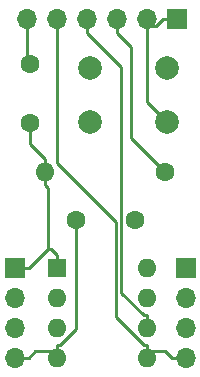
<source format=gtl>
G04 #@! TF.GenerationSoftware,KiCad,Pcbnew,5.0.2+dfsg1-1~bpo9+1*
G04 #@! TF.CreationDate,2020-08-17T14:39:57+01:00*
G04 #@! TF.ProjectId,t85opti,7438356f-7074-4692-9e6b-696361645f70,rev?*
G04 #@! TF.SameCoordinates,Original*
G04 #@! TF.FileFunction,Copper,L1,Top*
G04 #@! TF.FilePolarity,Positive*
%FSLAX46Y46*%
G04 Gerber Fmt 4.6, Leading zero omitted, Abs format (unit mm)*
G04 Created by KiCad (PCBNEW 5.0.2+dfsg1-1~bpo9+1) date Mon 17 Aug 2020 14:39:57 IST*
%MOMM*%
%LPD*%
G01*
G04 APERTURE LIST*
G04 #@! TA.AperFunction,ComponentPad*
%ADD10C,1.600000*%
G04 #@! TD*
G04 #@! TA.AperFunction,ComponentPad*
%ADD11O,1.600000X1.600000*%
G04 #@! TD*
G04 #@! TA.AperFunction,ComponentPad*
%ADD12C,2.000000*%
G04 #@! TD*
G04 #@! TA.AperFunction,ComponentPad*
%ADD13O,1.700000X1.700000*%
G04 #@! TD*
G04 #@! TA.AperFunction,ComponentPad*
%ADD14R,1.700000X1.700000*%
G04 #@! TD*
G04 #@! TA.AperFunction,ComponentPad*
%ADD15R,1.600000X1.600000*%
G04 #@! TD*
G04 #@! TA.AperFunction,Conductor*
%ADD16C,0.250000*%
G04 #@! TD*
G04 APERTURE END LIST*
D10*
G04 #@! TO.P,R1,1*
G04 #@! TO.N,VCC*
X140208000Y-54864000D03*
D11*
G04 #@! TO.P,R1,2*
G04 #@! TO.N,/RESET*
X130048000Y-54864000D03*
G04 #@! TD*
D12*
G04 #@! TO.P,SW1,2*
G04 #@! TO.N,GND*
X133858000Y-50601000D03*
G04 #@! TO.P,SW1,1*
G04 #@! TO.N,Net-(C2-Pad1)*
X133858000Y-46101000D03*
G04 #@! TO.P,SW1,2*
G04 #@! TO.N,GND*
X140358000Y-50601000D03*
G04 #@! TO.P,SW1,1*
G04 #@! TO.N,Net-(C2-Pad1)*
X140358000Y-46101000D03*
G04 #@! TD*
D10*
G04 #@! TO.P,C2,2*
G04 #@! TO.N,/RESET*
X128778000Y-50720000D03*
G04 #@! TO.P,C2,1*
G04 #@! TO.N,Net-(C2-Pad1)*
X128778000Y-45720000D03*
G04 #@! TD*
G04 #@! TO.P,C1,1*
G04 #@! TO.N,VCC*
X137668000Y-58928000D03*
G04 #@! TO.P,C1,2*
G04 #@! TO.N,GND*
X132668000Y-58928000D03*
G04 #@! TD*
D13*
G04 #@! TO.P,J3,4*
G04 #@! TO.N,GND*
X127508000Y-70612000D03*
G04 #@! TO.P,J3,3*
G04 #@! TO.N,Net-(J3-Pad3)*
X127508000Y-68072000D03*
G04 #@! TO.P,J3,2*
G04 #@! TO.N,Net-(J3-Pad2)*
X127508000Y-65532000D03*
D14*
G04 #@! TO.P,J3,1*
G04 #@! TO.N,/RESET*
X127508000Y-62992000D03*
G04 #@! TD*
G04 #@! TO.P,J2,1*
G04 #@! TO.N,VCC*
X141986000Y-62992000D03*
D13*
G04 #@! TO.P,J2,2*
G04 #@! TO.N,Net-(J2-Pad2)*
X141986000Y-65532000D03*
G04 #@! TO.P,J2,3*
G04 #@! TO.N,/TxD*
X141986000Y-68072000D03*
G04 #@! TO.P,J2,4*
G04 #@! TO.N,/RxD*
X141986000Y-70612000D03*
G04 #@! TD*
D14*
G04 #@! TO.P,J1,1*
G04 #@! TO.N,GND*
X141224000Y-41910000D03*
D13*
G04 #@! TO.P,J1,2*
X138684000Y-41910000D03*
G04 #@! TO.P,J1,3*
G04 #@! TO.N,VCC*
X136144000Y-41910000D03*
G04 #@! TO.P,J1,4*
G04 #@! TO.N,/TxD*
X133604000Y-41910000D03*
G04 #@! TO.P,J1,5*
G04 #@! TO.N,/RxD*
X131064000Y-41910000D03*
G04 #@! TO.P,J1,6*
G04 #@! TO.N,Net-(C2-Pad1)*
X128524000Y-41910000D03*
G04 #@! TD*
D15*
G04 #@! TO.P,U1,1*
G04 #@! TO.N,/RESET*
X131064000Y-62992000D03*
D11*
G04 #@! TO.P,U1,5*
G04 #@! TO.N,/RxD*
X138684000Y-70612000D03*
G04 #@! TO.P,U1,2*
G04 #@! TO.N,Net-(J3-Pad2)*
X131064000Y-65532000D03*
G04 #@! TO.P,U1,6*
G04 #@! TO.N,/TxD*
X138684000Y-68072000D03*
G04 #@! TO.P,U1,3*
G04 #@! TO.N,Net-(J3-Pad3)*
X131064000Y-68072000D03*
G04 #@! TO.P,U1,7*
G04 #@! TO.N,Net-(J2-Pad2)*
X138684000Y-65532000D03*
G04 #@! TO.P,U1,4*
G04 #@! TO.N,GND*
X131064000Y-70612000D03*
G04 #@! TO.P,U1,8*
G04 #@! TO.N,VCC*
X138684000Y-62992000D03*
G04 #@! TD*
D16*
G04 #@! TO.N,VCC*
X136144000Y-41910000D02*
X136144000Y-43085300D01*
X140208000Y-54864000D02*
X137319300Y-51975300D01*
X137319300Y-51975300D02*
X137319300Y-44260600D01*
X137319300Y-44260600D02*
X136144000Y-43085300D01*
G04 #@! TO.N,/RESET*
X130048000Y-54864000D02*
X130048000Y-55989300D01*
X130316600Y-61358700D02*
X128683300Y-62992000D01*
X131064000Y-61866700D02*
X130556000Y-61358700D01*
X130556000Y-61358700D02*
X130316600Y-61358700D01*
X130316600Y-61358700D02*
X130316600Y-56257900D01*
X130316600Y-56257900D02*
X130048000Y-55989300D01*
X127508000Y-62992000D02*
X128683300Y-62992000D01*
X131064000Y-62992000D02*
X131064000Y-61866700D01*
X130048000Y-54864000D02*
X130048000Y-53738700D01*
X130048000Y-53738700D02*
X128778000Y-52468700D01*
X128778000Y-52468700D02*
X128778000Y-50720000D01*
G04 #@! TO.N,/RxD*
X141986000Y-70612000D02*
X140810700Y-70612000D01*
X138684000Y-70049300D02*
X140248000Y-70049300D01*
X140248000Y-70049300D02*
X140810700Y-70612000D01*
X138684000Y-70049300D02*
X138684000Y-69486700D01*
X138684000Y-70612000D02*
X138684000Y-70049300D01*
X131064000Y-41910000D02*
X131064000Y-54117800D01*
X131064000Y-54117800D02*
X136080500Y-59134300D01*
X136080500Y-59134300D02*
X136080500Y-67164500D01*
X136080500Y-67164500D02*
X138402700Y-69486700D01*
X138402700Y-69486700D02*
X138684000Y-69486700D01*
G04 #@! TO.N,/TxD*
X133604000Y-41910000D02*
X133604000Y-43085300D01*
X138684000Y-68072000D02*
X138684000Y-66946700D01*
X138684000Y-66946700D02*
X138402600Y-66946700D01*
X138402600Y-66946700D02*
X136530900Y-65075000D01*
X136530900Y-65075000D02*
X136530900Y-46012200D01*
X136530900Y-46012200D02*
X133604000Y-43085300D01*
G04 #@! TO.N,GND*
X141224000Y-41910000D02*
X140048700Y-41910000D01*
X138684000Y-42497600D02*
X139461100Y-42497600D01*
X139461100Y-42497600D02*
X140048700Y-41910000D01*
X138684000Y-42497600D02*
X138684000Y-43085300D01*
X138684000Y-41910000D02*
X138684000Y-42497600D01*
X127508000Y-70612000D02*
X128683300Y-70612000D01*
X131064000Y-70049300D02*
X129246000Y-70049300D01*
X129246000Y-70049300D02*
X128683300Y-70612000D01*
X131064000Y-70049300D02*
X131064000Y-69486700D01*
X131064000Y-70612000D02*
X131064000Y-70049300D01*
X131064000Y-69486700D02*
X131345300Y-69486700D01*
X131345300Y-69486700D02*
X132668000Y-68164000D01*
X132668000Y-68164000D02*
X132668000Y-58928000D01*
X138684000Y-43085300D02*
X138684000Y-48927000D01*
X138684000Y-48927000D02*
X140358000Y-50601000D01*
G04 #@! TO.N,Net-(C2-Pad1)*
X128524000Y-41910000D02*
X128524000Y-45466000D01*
X128524000Y-45466000D02*
X128778000Y-45720000D01*
G04 #@! TD*
M02*

</source>
